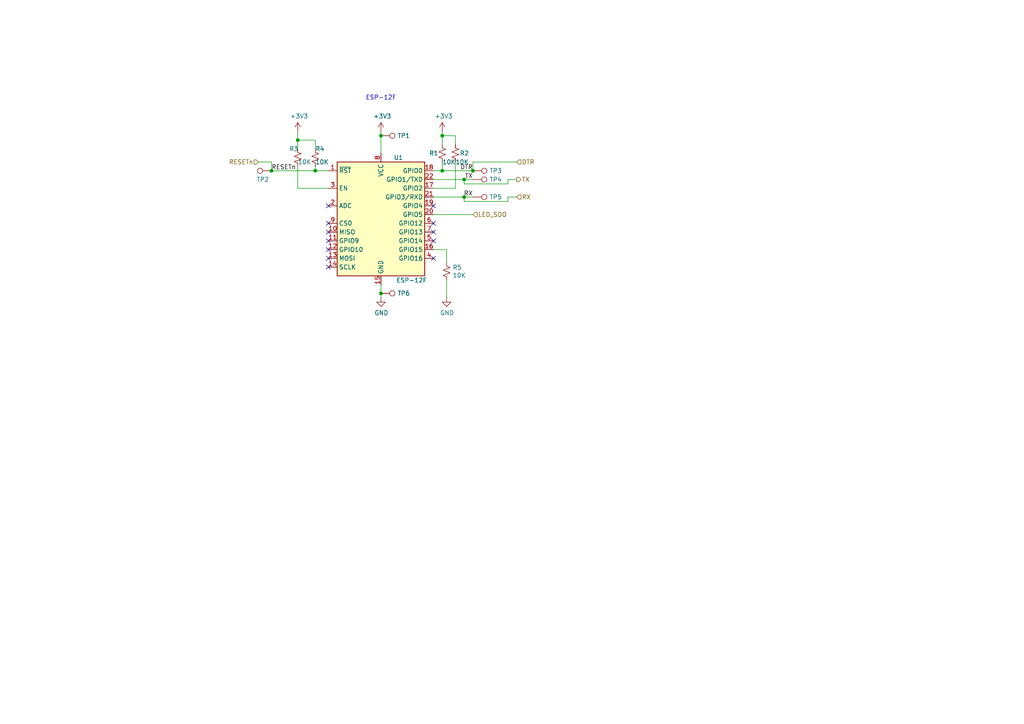
<source format=kicad_sch>
(kicad_sch (version 20211123) (generator eeschema)
  (paper "A4")
  (lib_symbols
    (symbol "Connector:TestPoint" (pin_numbers hide) (pin_names (offset 0.762) hide)
      (property "Reference" "TP" (at 0 6.858 0))
      (property "Value" "TestPoint" (at 0 5.08 0))
      (symbol "TestPoint_0_1"
        (circle (center 0 3.302) (radius 0.762))
      )
      (symbol "TestPoint_1_1"
        (pin passive line (at 0 0 90) (length 2.54) (name "1") (number "1"))
      )
    )
    (symbol "Device:R_Small_US" (pin_numbers hide) (pin_names (offset 0.254) hide)
      (property "Reference" "R" (at 0.762 0.508 0))
      (property "Value" "R_Small_US" (at 0.762 -1.016 0))
      (symbol "R_Small_US_1_1"
        (polyline (pts (xy 0 0) (xy 1.016 -0.381) (xy 0 -0.762) (xy -1.016 -1.143) (xy 0 -1.524)))
        (polyline (pts (xy 0 1.524) (xy 1.016 1.143) (xy 0 0.762) (xy -1.016 0.381) (xy 0 0)))
        (pin passive line (at 0 2.54 270) (length 1.016) (name "~") (number "1"))
        (pin passive line (at 0 -2.54 90) (length 1.016) (name "~") (number "2"))
      )
    )
    (symbol "RF_Module:ESP-12F"
      (property "Reference" "U" (at -12.7 19.05 0))
      (property "Value" "ESP-12F" (at 12.7 19.05 0))
      (symbol "ESP-12F_0_1"
        (rectangle (start -12.7 17.78) (end 12.7 -15.24) (stroke (width 0.254)) (fill (type background)))
      )
      (symbol "ESP-12F_1_1"
        (pin input line (at -15.24 15.24 0) (length 2.54) (name "~{RST}") (number "1"))
        (pin bidirectional line (at -15.24 -2.54 0) (length 2.54) (name "MISO") (number "10"))
        (pin bidirectional line (at -15.24 -5.08 0) (length 2.54) (name "GPIO9") (number "11"))
        (pin bidirectional line (at -15.24 -7.62 0) (length 2.54) (name "GPIO10") (number "12"))
        (pin bidirectional line (at -15.24 -10.16 0) (length 2.54) (name "MOSI") (number "13"))
        (pin bidirectional line (at -15.24 -12.7 0) (length 2.54) (name "SCLK") (number "14"))
        (pin power_in line (at 0 -17.78 90) (length 2.54) (name "GND") (number "15"))
        (pin bidirectional line (at 15.24 -7.62 180) (length 2.54) (name "GPIO15") (number "16"))
        (pin bidirectional line (at 15.24 10.16 180) (length 2.54) (name "GPIO2") (number "17"))
        (pin bidirectional line (at 15.24 15.24 180) (length 2.54) (name "GPIO0") (number "18"))
        (pin bidirectional line (at 15.24 5.08 180) (length 2.54) (name "GPIO4") (number "19"))
        (pin input line (at -15.24 5.08 0) (length 2.54) (name "ADC") (number "2"))
        (pin bidirectional line (at 15.24 2.54 180) (length 2.54) (name "GPIO5") (number "20"))
        (pin bidirectional line (at 15.24 7.62 180) (length 2.54) (name "GPIO3/RXD") (number "21"))
        (pin bidirectional line (at 15.24 12.7 180) (length 2.54) (name "GPIO1/TXD") (number "22"))
        (pin input line (at -15.24 10.16 0) (length 2.54) (name "EN") (number "3"))
        (pin bidirectional line (at 15.24 -10.16 180) (length 2.54) (name "GPIO16") (number "4"))
        (pin bidirectional line (at 15.24 -5.08 180) (length 2.54) (name "GPIO14") (number "5"))
        (pin bidirectional line (at 15.24 0 180) (length 2.54) (name "GPIO12") (number "6"))
        (pin bidirectional line (at 15.24 -2.54 180) (length 2.54) (name "GPIO13") (number "7"))
        (pin power_in line (at 0 20.32 270) (length 2.54) (name "VCC") (number "8"))
        (pin input line (at -15.24 0 0) (length 2.54) (name "CS0") (number "9"))
      )
    )
    (symbol "power:+3.3V" (power) (pin_names (offset 0))
      (property "Value" "+3.3V" (at 0 3.556 0))
      (symbol "+3.3V_0_1"
        (polyline (pts (xy -0.762 1.27) (xy 0 2.54)))
        (polyline (pts (xy 0 0) (xy 0 2.54)))
        (polyline (pts (xy 0 2.54) (xy 0.762 1.27)))
      )
      (symbol "+3.3V_1_1"
        (pin power_in line (at 0 0 90) (length 0) hide (name "+3V3") (number "1"))
      )
    )
    (symbol "power:GND" (power) (pin_names (offset 0))
      (property "Value" "GND" (at 0 -3.81 0))
      (symbol "GND_0_1"
        (polyline (pts (xy 0 0) (xy 0 -1.27) (xy 1.27 -1.27) (xy 0 -2.54) (xy -1.27 -1.27) (xy 0 -1.27)))
      )
      (symbol "GND_1_1"
        (pin power_in line (at 0 0 270) (length 0) hide (name "GND") (number "1"))
      )
    )
  )
  (junction (at 134.62 52.07))
  (junction (at 128.27 39.37))
  (junction (at 128.27 49.53))
  (junction (at 110.49 85.09))
  (junction (at 137.16 49.53))
  (junction (at 134.62 57.15))
  (junction (at 86.36 40.64))
  (junction (at 78.74 49.53))
  (junction (at 110.49 39.37))
  (junction (at 91.44 49.53))
  (no_connect (at 95.25 69.85))
  (no_connect (at 95.25 72.39))
  (no_connect (at 125.73 69.85))
  (no_connect (at 125.73 74.93))
  (no_connect (at 95.25 59.69))
  (no_connect (at 95.25 77.47))
  (no_connect (at 95.25 67.31))
  (no_connect (at 125.73 64.77))
  (no_connect (at 125.73 59.69))
  (no_connect (at 95.25 74.93))
  (no_connect (at 95.25 64.77))
  (no_connect (at 125.73 67.31))
  (wire (pts (xy 125.73 72.39) (xy 129.54 72.39)))
  (wire (pts (xy 134.62 52.07) (xy 137.16 52.07)))
  (wire (pts (xy 147.32 52.07) (xy 147.32 53.34)))
  (wire (pts (xy 125.73 52.07) (xy 134.62 52.07)))
  (wire (pts (xy 86.36 43.18) (xy 86.36 40.64)))
  (wire (pts (xy 110.49 82.55) (xy 110.49 85.09)))
  (wire (pts (xy 91.44 40.64) (xy 91.44 43.18)))
  (wire (pts (xy 110.49 38.1) (xy 110.49 39.37)))
  (wire (pts (xy 128.27 38.1) (xy 128.27 39.37)))
  (wire (pts (xy 86.36 40.64) (xy 91.44 40.64)))
  (wire (pts (xy 86.36 54.61) (xy 86.36 48.26)))
  (wire (pts (xy 110.49 39.37) (xy 110.49 44.45)))
  (wire (pts (xy 134.62 57.15) (xy 134.62 58.42)))
  (wire (pts (xy 78.74 46.99) (xy 78.74 49.53)))
  (wire (pts (xy 147.32 53.34) (xy 134.62 53.34)))
  (wire (pts (xy 128.27 49.53) (xy 128.27 46.99)))
  (wire (pts (xy 134.62 53.34) (xy 134.62 52.07)))
  (wire (pts (xy 74.93 46.99) (xy 78.74 46.99)))
  (wire (pts (xy 147.32 57.15) (xy 149.86 57.15)))
  (wire (pts (xy 125.73 54.61) (xy 132.08 54.61)))
  (wire (pts (xy 95.25 54.61) (xy 86.36 54.61)))
  (wire (pts (xy 132.08 41.91) (xy 132.08 39.37)))
  (wire (pts (xy 91.44 49.53) (xy 95.25 49.53)))
  (wire (pts (xy 149.86 52.07) (xy 147.32 52.07)))
  (wire (pts (xy 129.54 81.28) (xy 129.54 86.36)))
  (wire (pts (xy 132.08 54.61) (xy 132.08 46.99)))
  (wire (pts (xy 132.08 39.37) (xy 128.27 39.37)))
  (wire (pts (xy 125.73 49.53) (xy 128.27 49.53)))
  (wire (pts (xy 125.73 62.23) (xy 137.16 62.23)))
  (wire (pts (xy 147.32 58.42) (xy 147.32 57.15)))
  (wire (pts (xy 137.16 46.99) (xy 137.16 49.53)))
  (wire (pts (xy 86.36 40.64) (xy 86.36 38.1)))
  (wire (pts (xy 128.27 49.53) (xy 137.16 49.53)))
  (wire (pts (xy 91.44 48.26) (xy 91.44 49.53)))
  (wire (pts (xy 134.62 57.15) (xy 137.16 57.15)))
  (wire (pts (xy 149.86 46.99) (xy 137.16 46.99)))
  (wire (pts (xy 125.73 57.15) (xy 134.62 57.15)))
  (wire (pts (xy 134.62 58.42) (xy 147.32 58.42)))
  (wire (pts (xy 129.54 76.2) (xy 129.54 72.39)))
  (wire (pts (xy 110.49 85.09) (xy 110.49 86.36)))
  (wire (pts (xy 91.44 49.53) (xy 78.74 49.53)))
  (wire (pts (xy 128.27 39.37) (xy 128.27 41.91)))
  (text "ESP-12F" (at 106.045 29.21 0) (effects (font (size 1.27 1.27)) (justify left bottom)))
  (label "RESETn" (at 78.74 49.53 0))
  (label "RX" (at 137.16 57.15 180))
  (label "TX" (at 137.16 52.07 180))
  (label "DTR" (at 137.16 49.53 180))
  (hierarchical_label "TX" (shape output) (at 149.86 52.07 0))
  (hierarchical_label "DTR" (shape input) (at 149.86 46.99 0))
  (hierarchical_label "RX" (shape input) (at 149.86 57.15 0))
  (hierarchical_label "RESETn" (shape input) (at 74.93 46.99 180))
  (hierarchical_label "LED_SDO" (shape input) (at 137.16 62.23 0))
  (symbol (lib_id "RF_Module:ESP-12F") (at 110.49 64.77 0) (unit 1)
    (property "Reference" "U1" (at 115.57 45.72 0))
    (property "Value" "ESP-12F" (at 119.38 81.28 0))
    (property "Footprint" "RF_Module:ESP-12E" (effects hide))
    (property "Datasheet" "http://wiki.ai-thinker.com/_media/esp8266/esp8266_series_modules_user_manual_v1.1.pdf" (effects hide))
  )
  (symbol (lib_id "power:+3.3V") (at 110.49 38.1 0) (unit 1)
    (property "Reference" "#PWR0183" (effects hide))
    (property "Value" "+3.3V" (at 110.871 33.7058 0))
  )
  (symbol (lib_id "power:GND") (at 110.49 86.36 0) (unit 1)
    (property "Reference" "#PWR0185" (effects hide))
    (property "Value" "GND" (at 110.617 90.7542 0))
  )
  (symbol (lib_id "Device:R_Small_US") (at 91.44 45.72 0) (unit 1)
    (property "Reference" "R4" (at 91.44 43.18 0) (effects (justify left)))
    (property "Value" "10K" (at 91.44 46.99 0) (effects (justify left)))
    (property "Footprint" "Resistor_SMD:R_0603_1608Metric" (effects hide))
    (property "LCSC" " C25804" (effects hide))
  )
  (symbol (lib_id "Device:R_Small_US") (at 86.36 45.72 0) (unit 1)
    (property "Reference" "R3" (at 83.82 43.18 0) (effects (justify left)))
    (property "Value" "10K" (at 86.36 46.99 0) (effects (justify left)))
    (property "Footprint" "Resistor_SMD:R_0603_1608Metric" (effects hide))
    (property "LCSC" " C25804" (effects hide))
  )
  (symbol (lib_id "power:+3.3V") (at 86.36 38.1 0) (unit 1)
    (property "Reference" "#PWR0182" (effects hide))
    (property "Value" "+3.3V" (at 86.741 33.7058 0))
  )
  (symbol (lib_id "Device:R_Small_US") (at 128.27 44.45 0) (unit 1)
    (property "Reference" "R1" (at 124.46 44.45 0) (effects (justify left)))
    (property "Value" "10K" (at 128.27 46.99 0) (effects (justify left)))
    (property "Footprint" "Resistor_SMD:R_0603_1608Metric" (effects hide))
    (property "LCSC" " C25804" (effects hide))
  )
  (symbol (lib_id "power:+3.3V") (at 128.27 38.1 0) (unit 1)
    (property "Reference" "#PWR0184" (effects hide))
    (property "Value" "+3.3V" (at 128.651 33.7058 0))
  )
  (symbol (lib_id "Device:R_Small_US") (at 129.54 78.74 0) (unit 1)
    (property "Reference" "R5" (at 131.2672 77.5716 0) (effects (justify left)))
    (property "Value" "10K" (at 131.2672 79.883 0) (effects (justify left)))
    (property "Footprint" "Resistor_SMD:R_0603_1608Metric" (effects hide))
    (property "LCSC" " C25804" (effects hide))
  )
  (symbol (lib_id "power:GND") (at 129.54 86.36 0) (unit 1)
    (property "Reference" "#PWR0186" (effects hide))
    (property "Value" "GND" (at 129.667 90.7542 0))
  )
  (symbol (lib_id "Device:R_Small_US") (at 132.08 44.45 0) (unit 1)
    (property "Reference" "R2" (at 133.35 44.45 0) (effects (justify left)))
    (property "Value" "10K" (at 132.08 46.99 0) (effects (justify left)))
    (property "Footprint" "Resistor_SMD:R_0603_1608Metric" (effects hide))
    (property "LCSC" " C25804" (effects hide))
  )
  (symbol (lib_id "Connector:TestPoint") (at 137.16 49.53 270) (unit 1)
    (property "Reference" "TP3" (at 141.9352 49.53 90) (effects (justify left)))
    (property "Value" "TestPoint" (effects hide))
    (property "Footprint" "TestPoint:TestPoint_Pad_D2.5mm" (effects hide))
  )
  (symbol (lib_id "Connector:TestPoint") (at 137.16 52.07 270) (unit 1)
    (property "Reference" "TP4" (at 141.9352 52.07 90) (effects (justify left)))
    (property "Value" "TestPoint" (effects hide))
    (property "Footprint" "TestPoint:TestPoint_Pad_D2.5mm" (effects hide))
  )
  (symbol (lib_id "Connector:TestPoint") (at 137.16 57.15 270) (unit 1)
    (property "Reference" "TP5" (at 141.9352 57.15 90) (effects (justify left)))
    (property "Value" "TestPoint" (effects hide))
    (property "Footprint" "TestPoint:TestPoint_Pad_D2.5mm" (effects hide))
  )
  (symbol (lib_id "Connector:TestPoint") (at 78.74 49.53 90) (unit 1)
    (property "Reference" "TP2" (at 76.2 52.07 90))
    (property "Value" "TestPoint" (effects hide))
    (property "Footprint" "TestPoint:TestPoint_Pad_D2.5mm" (effects hide))
  )
  (symbol (lib_id "Connector:TestPoint") (at 110.49 39.37 270) (unit 1)
    (property "Reference" "TP1" (at 115.2652 39.37 90) (effects (justify left)))
    (property "Value" "TestPoint" (effects hide))
    (property "Footprint" "TestPoint:TestPoint_Pad_D2.5mm" (effects hide))
  )
  (symbol (lib_id "Connector:TestPoint") (at 110.49 85.09 270) (unit 1)
    (property "Reference" "TP6" (at 115.2652 85.09 90) (effects (justify left)))
    (property "Value" "TestPoint" (effects hide))
    (property "Footprint" "TestPoint:TestPoint_Pad_D2.5mm" (effects hide))
  )
)
</source>
